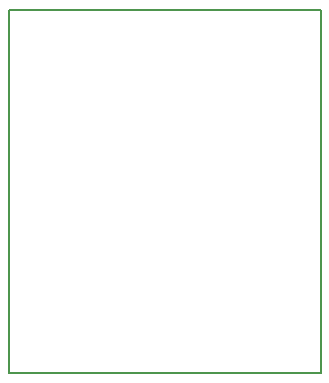
<source format=gm1>
G04 #@! TF.FileFunction,Profile,NP*
%FSLAX46Y46*%
G04 Gerber Fmt 4.6, Leading zero omitted, Abs format (unit mm)*
G04 Created by KiCad (PCBNEW 4.0.0-2.201511301921+6191~38~ubuntu15.10.1-stable) date Tue 01 Dec 2015 16:42:38 GMT*
%MOMM*%
G01*
G04 APERTURE LIST*
%ADD10C,0.100000*%
%ADD11C,0.150000*%
G04 APERTURE END LIST*
D10*
D11*
X261112000Y-122682000D02*
X234696000Y-122682000D01*
X261112000Y-91948000D02*
X261112000Y-122682000D01*
X234696000Y-91948000D02*
X234696000Y-122682000D01*
X234696000Y-91948000D02*
X261112000Y-91948000D01*
M02*

</source>
